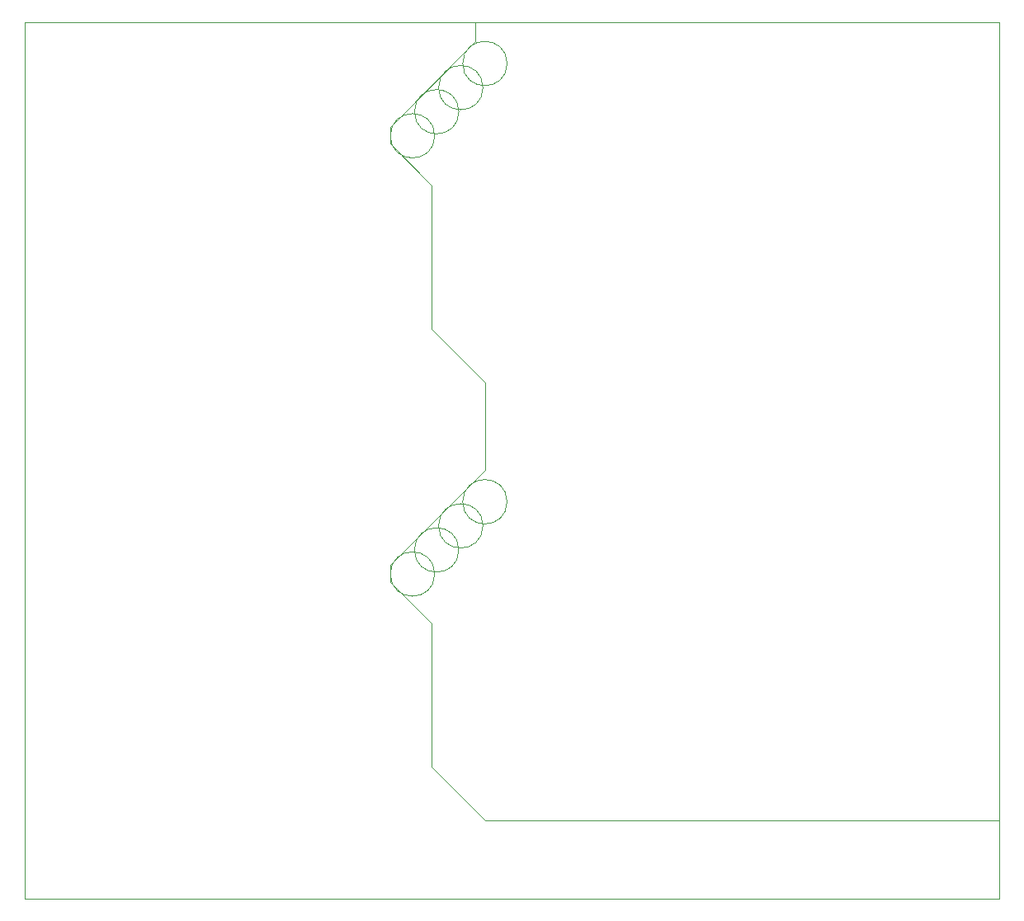
<source format=gm1>
G04 Layer_Color=16711935*
%FSLAX25Y25*%
%MOIN*%
G70*
G01*
G75*
%ADD29C,0.00394*%
D29*
X165557Y131201D02*
G03*
X165557Y131201I-8962J0D01*
G01*
X175301Y140945D02*
G03*
X175301Y140945I-8962J0D01*
G01*
X185044Y150689D02*
G03*
X185044Y150689I-8962J0D01*
G01*
X194788Y160432D02*
G03*
X194788Y160432I-8962J0D01*
G01*
Y-16733D02*
G03*
X194788Y-16733I-8962J0D01*
G01*
X185044Y-26477D02*
G03*
X185044Y-26477I-8962J0D01*
G01*
X175301Y-36220D02*
G03*
X175301Y-36220I-8962J0D01*
G01*
X165557Y-45964D02*
G03*
X165557Y-45964I-8962J0D01*
G01*
X186024Y-145669D02*
X393701D01*
X164370Y-124016D02*
X186024Y-145669D01*
X164370Y-124016D02*
Y-65945D01*
X147638Y-49213D02*
X164370Y-65945D01*
X147638Y-49213D02*
Y-42323D01*
X186024Y-3937D01*
Y31496D01*
X164370Y53150D02*
X186024Y31496D01*
X164370Y53150D02*
Y111221D01*
X147638Y127953D02*
X164370Y111221D01*
X147638Y127953D02*
Y134843D01*
X182087Y169291D01*
Y177165D01*
X0Y-177165D02*
X393701D01*
X0D02*
Y177165D01*
X393701Y-177165D02*
Y177165D01*
X0D02*
X393701D01*
M02*

</source>
